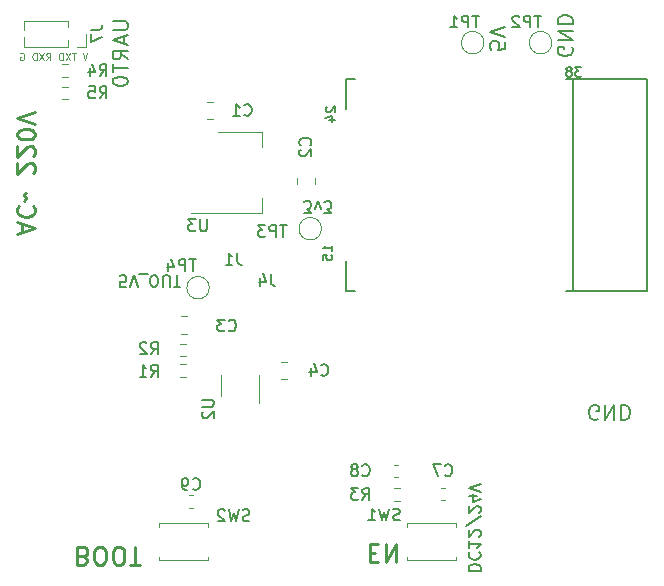
<source format=gbr>
%TF.GenerationSoftware,KiCad,Pcbnew,7.0.6*%
%TF.CreationDate,2023-10-13T10:01:51+08:00*%
%TF.ProjectId,86_BOX_PANEL,38365f42-4f58-45f5-9041-4e454c2e6b69,rev?*%
%TF.SameCoordinates,Original*%
%TF.FileFunction,Legend,Bot*%
%TF.FilePolarity,Positive*%
%FSLAX46Y46*%
G04 Gerber Fmt 4.6, Leading zero omitted, Abs format (unit mm)*
G04 Created by KiCad (PCBNEW 7.0.6) date 2023-10-13 10:01:51*
%MOMM*%
%LPD*%
G01*
G04 APERTURE LIST*
%ADD10C,0.200000*%
%ADD11C,0.100000*%
%ADD12C,0.250000*%
%ADD13C,0.150000*%
%ADD14C,0.120000*%
%ADD15C,0.127000*%
G04 APERTURE END LIST*
D10*
X144926780Y-108350326D02*
X145926780Y-108350326D01*
X145926780Y-108350326D02*
X145926780Y-108112231D01*
X145926780Y-108112231D02*
X145879161Y-107969374D01*
X145879161Y-107969374D02*
X145783923Y-107874136D01*
X145783923Y-107874136D02*
X145688685Y-107826517D01*
X145688685Y-107826517D02*
X145498209Y-107778898D01*
X145498209Y-107778898D02*
X145355352Y-107778898D01*
X145355352Y-107778898D02*
X145164876Y-107826517D01*
X145164876Y-107826517D02*
X145069638Y-107874136D01*
X145069638Y-107874136D02*
X144974400Y-107969374D01*
X144974400Y-107969374D02*
X144926780Y-108112231D01*
X144926780Y-108112231D02*
X144926780Y-108350326D01*
X145022019Y-106778898D02*
X144974400Y-106826517D01*
X144974400Y-106826517D02*
X144926780Y-106969374D01*
X144926780Y-106969374D02*
X144926780Y-107064612D01*
X144926780Y-107064612D02*
X144974400Y-107207469D01*
X144974400Y-107207469D02*
X145069638Y-107302707D01*
X145069638Y-107302707D02*
X145164876Y-107350326D01*
X145164876Y-107350326D02*
X145355352Y-107397945D01*
X145355352Y-107397945D02*
X145498209Y-107397945D01*
X145498209Y-107397945D02*
X145688685Y-107350326D01*
X145688685Y-107350326D02*
X145783923Y-107302707D01*
X145783923Y-107302707D02*
X145879161Y-107207469D01*
X145879161Y-107207469D02*
X145926780Y-107064612D01*
X145926780Y-107064612D02*
X145926780Y-106969374D01*
X145926780Y-106969374D02*
X145879161Y-106826517D01*
X145879161Y-106826517D02*
X145831542Y-106778898D01*
X144926780Y-105826517D02*
X144926780Y-106397945D01*
X144926780Y-106112231D02*
X145926780Y-106112231D01*
X145926780Y-106112231D02*
X145783923Y-106207469D01*
X145783923Y-106207469D02*
X145688685Y-106302707D01*
X145688685Y-106302707D02*
X145641066Y-106397945D01*
X145831542Y-105445564D02*
X145879161Y-105397945D01*
X145879161Y-105397945D02*
X145926780Y-105302707D01*
X145926780Y-105302707D02*
X145926780Y-105064612D01*
X145926780Y-105064612D02*
X145879161Y-104969374D01*
X145879161Y-104969374D02*
X145831542Y-104921755D01*
X145831542Y-104921755D02*
X145736304Y-104874136D01*
X145736304Y-104874136D02*
X145641066Y-104874136D01*
X145641066Y-104874136D02*
X145498209Y-104921755D01*
X145498209Y-104921755D02*
X144926780Y-105493183D01*
X144926780Y-105493183D02*
X144926780Y-104874136D01*
X145974400Y-103731279D02*
X144688685Y-104588421D01*
X145831542Y-103445564D02*
X145879161Y-103397945D01*
X145879161Y-103397945D02*
X145926780Y-103302707D01*
X145926780Y-103302707D02*
X145926780Y-103064612D01*
X145926780Y-103064612D02*
X145879161Y-102969374D01*
X145879161Y-102969374D02*
X145831542Y-102921755D01*
X145831542Y-102921755D02*
X145736304Y-102874136D01*
X145736304Y-102874136D02*
X145641066Y-102874136D01*
X145641066Y-102874136D02*
X145498209Y-102921755D01*
X145498209Y-102921755D02*
X144926780Y-103493183D01*
X144926780Y-103493183D02*
X144926780Y-102874136D01*
X145593447Y-102016993D02*
X144926780Y-102016993D01*
X145974400Y-102255088D02*
X145260114Y-102493183D01*
X145260114Y-102493183D02*
X145260114Y-101874136D01*
X145926780Y-101636040D02*
X144926780Y-101302707D01*
X144926780Y-101302707D02*
X145926780Y-100969374D01*
X115899863Y-84312780D02*
X115423673Y-84312780D01*
X115423673Y-84312780D02*
X115376054Y-83836590D01*
X115376054Y-83836590D02*
X115423673Y-83884209D01*
X115423673Y-83884209D02*
X115518911Y-83931828D01*
X115518911Y-83931828D02*
X115757006Y-83931828D01*
X115757006Y-83931828D02*
X115852244Y-83884209D01*
X115852244Y-83884209D02*
X115899863Y-83836590D01*
X115899863Y-83836590D02*
X115947482Y-83741352D01*
X115947482Y-83741352D02*
X115947482Y-83503257D01*
X115947482Y-83503257D02*
X115899863Y-83408019D01*
X115899863Y-83408019D02*
X115852244Y-83360400D01*
X115852244Y-83360400D02*
X115757006Y-83312780D01*
X115757006Y-83312780D02*
X115518911Y-83312780D01*
X115518911Y-83312780D02*
X115423673Y-83360400D01*
X115423673Y-83360400D02*
X115376054Y-83408019D01*
X116233197Y-84312780D02*
X116566530Y-83312780D01*
X116566530Y-83312780D02*
X116899863Y-84312780D01*
X116995102Y-83217542D02*
X117757006Y-83217542D01*
X118185578Y-84312780D02*
X118376054Y-84312780D01*
X118376054Y-84312780D02*
X118471292Y-84265161D01*
X118471292Y-84265161D02*
X118566530Y-84169923D01*
X118566530Y-84169923D02*
X118614149Y-83979447D01*
X118614149Y-83979447D02*
X118614149Y-83646114D01*
X118614149Y-83646114D02*
X118566530Y-83455638D01*
X118566530Y-83455638D02*
X118471292Y-83360400D01*
X118471292Y-83360400D02*
X118376054Y-83312780D01*
X118376054Y-83312780D02*
X118185578Y-83312780D01*
X118185578Y-83312780D02*
X118090340Y-83360400D01*
X118090340Y-83360400D02*
X117995102Y-83455638D01*
X117995102Y-83455638D02*
X117947483Y-83646114D01*
X117947483Y-83646114D02*
X117947483Y-83979447D01*
X117947483Y-83979447D02*
X117995102Y-84169923D01*
X117995102Y-84169923D02*
X118090340Y-84265161D01*
X118090340Y-84265161D02*
X118185578Y-84312780D01*
X119042721Y-84312780D02*
X119042721Y-83503257D01*
X119042721Y-83503257D02*
X119090340Y-83408019D01*
X119090340Y-83408019D02*
X119137959Y-83360400D01*
X119137959Y-83360400D02*
X119233197Y-83312780D01*
X119233197Y-83312780D02*
X119423673Y-83312780D01*
X119423673Y-83312780D02*
X119518911Y-83360400D01*
X119518911Y-83360400D02*
X119566530Y-83408019D01*
X119566530Y-83408019D02*
X119614149Y-83503257D01*
X119614149Y-83503257D02*
X119614149Y-84312780D01*
X119947483Y-84312780D02*
X120518911Y-84312780D01*
X120233197Y-83312780D02*
X120233197Y-84312780D01*
X114790504Y-61821101D02*
X115842885Y-61821101D01*
X115842885Y-61821101D02*
X115966695Y-61883006D01*
X115966695Y-61883006D02*
X116028600Y-61944911D01*
X116028600Y-61944911D02*
X116090504Y-62068720D01*
X116090504Y-62068720D02*
X116090504Y-62316339D01*
X116090504Y-62316339D02*
X116028600Y-62440149D01*
X116028600Y-62440149D02*
X115966695Y-62502054D01*
X115966695Y-62502054D02*
X115842885Y-62563958D01*
X115842885Y-62563958D02*
X114790504Y-62563958D01*
X115719076Y-63121102D02*
X115719076Y-63740149D01*
X116090504Y-62997292D02*
X114790504Y-63430625D01*
X114790504Y-63430625D02*
X116090504Y-63863959D01*
X116090504Y-65040149D02*
X115471457Y-64606816D01*
X116090504Y-64297292D02*
X114790504Y-64297292D01*
X114790504Y-64297292D02*
X114790504Y-64792530D01*
X114790504Y-64792530D02*
X114852409Y-64916340D01*
X114852409Y-64916340D02*
X114914314Y-64978245D01*
X114914314Y-64978245D02*
X115038123Y-65040149D01*
X115038123Y-65040149D02*
X115223838Y-65040149D01*
X115223838Y-65040149D02*
X115347647Y-64978245D01*
X115347647Y-64978245D02*
X115409552Y-64916340D01*
X115409552Y-64916340D02*
X115471457Y-64792530D01*
X115471457Y-64792530D02*
X115471457Y-64297292D01*
X114790504Y-65411578D02*
X114790504Y-66154435D01*
X116090504Y-65783007D02*
X114790504Y-65783007D01*
X114790504Y-66835387D02*
X114790504Y-66959197D01*
X114790504Y-66959197D02*
X114852409Y-67083006D01*
X114852409Y-67083006D02*
X114914314Y-67144911D01*
X114914314Y-67144911D02*
X115038123Y-67206816D01*
X115038123Y-67206816D02*
X115285742Y-67268721D01*
X115285742Y-67268721D02*
X115595266Y-67268721D01*
X115595266Y-67268721D02*
X115842885Y-67206816D01*
X115842885Y-67206816D02*
X115966695Y-67144911D01*
X115966695Y-67144911D02*
X116028600Y-67083006D01*
X116028600Y-67083006D02*
X116090504Y-66959197D01*
X116090504Y-66959197D02*
X116090504Y-66835387D01*
X116090504Y-66835387D02*
X116028600Y-66711578D01*
X116028600Y-66711578D02*
X115966695Y-66649673D01*
X115966695Y-66649673D02*
X115842885Y-66587768D01*
X115842885Y-66587768D02*
X115595266Y-66525864D01*
X115595266Y-66525864D02*
X115285742Y-66525864D01*
X115285742Y-66525864D02*
X115038123Y-66587768D01*
X115038123Y-66587768D02*
X114914314Y-66649673D01*
X114914314Y-66649673D02*
X114852409Y-66711578D01*
X114852409Y-66711578D02*
X114790504Y-66835387D01*
D11*
X112651068Y-64511371D02*
X112451068Y-65111371D01*
X112451068Y-65111371D02*
X112251068Y-64511371D01*
X111679639Y-64511371D02*
X111336782Y-64511371D01*
X111508210Y-65111371D02*
X111508210Y-64511371D01*
X111193924Y-64511371D02*
X110793924Y-65111371D01*
X110793924Y-64511371D02*
X111193924Y-65111371D01*
X110565352Y-65111371D02*
X110565352Y-64511371D01*
X110565352Y-64511371D02*
X110422495Y-64511371D01*
X110422495Y-64511371D02*
X110336781Y-64539942D01*
X110336781Y-64539942D02*
X110279638Y-64597085D01*
X110279638Y-64597085D02*
X110251067Y-64654228D01*
X110251067Y-64654228D02*
X110222495Y-64768514D01*
X110222495Y-64768514D02*
X110222495Y-64854228D01*
X110222495Y-64854228D02*
X110251067Y-64968514D01*
X110251067Y-64968514D02*
X110279638Y-65025657D01*
X110279638Y-65025657D02*
X110336781Y-65082800D01*
X110336781Y-65082800D02*
X110422495Y-65111371D01*
X110422495Y-65111371D02*
X110565352Y-65111371D01*
X109165352Y-65111371D02*
X109365352Y-64825657D01*
X109508209Y-65111371D02*
X109508209Y-64511371D01*
X109508209Y-64511371D02*
X109279638Y-64511371D01*
X109279638Y-64511371D02*
X109222495Y-64539942D01*
X109222495Y-64539942D02*
X109193924Y-64568514D01*
X109193924Y-64568514D02*
X109165352Y-64625657D01*
X109165352Y-64625657D02*
X109165352Y-64711371D01*
X109165352Y-64711371D02*
X109193924Y-64768514D01*
X109193924Y-64768514D02*
X109222495Y-64797085D01*
X109222495Y-64797085D02*
X109279638Y-64825657D01*
X109279638Y-64825657D02*
X109508209Y-64825657D01*
X108965352Y-64511371D02*
X108565352Y-65111371D01*
X108565352Y-64511371D02*
X108965352Y-65111371D01*
X108336780Y-65111371D02*
X108336780Y-64511371D01*
X108336780Y-64511371D02*
X108193923Y-64511371D01*
X108193923Y-64511371D02*
X108108209Y-64539942D01*
X108108209Y-64539942D02*
X108051066Y-64597085D01*
X108051066Y-64597085D02*
X108022495Y-64654228D01*
X108022495Y-64654228D02*
X107993923Y-64768514D01*
X107993923Y-64768514D02*
X107993923Y-64854228D01*
X107993923Y-64854228D02*
X108022495Y-64968514D01*
X108022495Y-64968514D02*
X108051066Y-65025657D01*
X108051066Y-65025657D02*
X108108209Y-65082800D01*
X108108209Y-65082800D02*
X108193923Y-65111371D01*
X108193923Y-65111371D02*
X108336780Y-65111371D01*
X106965352Y-64539942D02*
X107022495Y-64511371D01*
X107022495Y-64511371D02*
X107108209Y-64511371D01*
X107108209Y-64511371D02*
X107193923Y-64539942D01*
X107193923Y-64539942D02*
X107251066Y-64597085D01*
X107251066Y-64597085D02*
X107279637Y-64654228D01*
X107279637Y-64654228D02*
X107308209Y-64768514D01*
X107308209Y-64768514D02*
X107308209Y-64854228D01*
X107308209Y-64854228D02*
X107279637Y-64968514D01*
X107279637Y-64968514D02*
X107251066Y-65025657D01*
X107251066Y-65025657D02*
X107193923Y-65082800D01*
X107193923Y-65082800D02*
X107108209Y-65111371D01*
X107108209Y-65111371D02*
X107051066Y-65111371D01*
X107051066Y-65111371D02*
X106965352Y-65082800D01*
X106965352Y-65082800D02*
X106936780Y-65054228D01*
X106936780Y-65054228D02*
X106936780Y-64854228D01*
X106936780Y-64854228D02*
X107051066Y-64854228D01*
D12*
X107135142Y-79679812D02*
X107135142Y-78965527D01*
X106706571Y-79822669D02*
X108206571Y-79322669D01*
X108206571Y-79322669D02*
X106706571Y-78822669D01*
X106849428Y-77465527D02*
X106778000Y-77536955D01*
X106778000Y-77536955D02*
X106706571Y-77751241D01*
X106706571Y-77751241D02*
X106706571Y-77894098D01*
X106706571Y-77894098D02*
X106778000Y-78108384D01*
X106778000Y-78108384D02*
X106920857Y-78251241D01*
X106920857Y-78251241D02*
X107063714Y-78322670D01*
X107063714Y-78322670D02*
X107349428Y-78394098D01*
X107349428Y-78394098D02*
X107563714Y-78394098D01*
X107563714Y-78394098D02*
X107849428Y-78322670D01*
X107849428Y-78322670D02*
X107992285Y-78251241D01*
X107992285Y-78251241D02*
X108135142Y-78108384D01*
X108135142Y-78108384D02*
X108206571Y-77894098D01*
X108206571Y-77894098D02*
X108206571Y-77751241D01*
X108206571Y-77751241D02*
X108135142Y-77536955D01*
X108135142Y-77536955D02*
X108063714Y-77465527D01*
X107278000Y-77036955D02*
X107349428Y-76965527D01*
X107349428Y-76965527D02*
X107420857Y-76822670D01*
X107420857Y-76822670D02*
X107278000Y-76536955D01*
X107278000Y-76536955D02*
X107349428Y-76394098D01*
X107349428Y-76394098D02*
X107420857Y-76322670D01*
X108063714Y-74679812D02*
X108135142Y-74608384D01*
X108135142Y-74608384D02*
X108206571Y-74465527D01*
X108206571Y-74465527D02*
X108206571Y-74108384D01*
X108206571Y-74108384D02*
X108135142Y-73965527D01*
X108135142Y-73965527D02*
X108063714Y-73894098D01*
X108063714Y-73894098D02*
X107920857Y-73822669D01*
X107920857Y-73822669D02*
X107778000Y-73822669D01*
X107778000Y-73822669D02*
X107563714Y-73894098D01*
X107563714Y-73894098D02*
X106706571Y-74751241D01*
X106706571Y-74751241D02*
X106706571Y-73822669D01*
X108063714Y-73251241D02*
X108135142Y-73179813D01*
X108135142Y-73179813D02*
X108206571Y-73036956D01*
X108206571Y-73036956D02*
X108206571Y-72679813D01*
X108206571Y-72679813D02*
X108135142Y-72536956D01*
X108135142Y-72536956D02*
X108063714Y-72465527D01*
X108063714Y-72465527D02*
X107920857Y-72394098D01*
X107920857Y-72394098D02*
X107778000Y-72394098D01*
X107778000Y-72394098D02*
X107563714Y-72465527D01*
X107563714Y-72465527D02*
X106706571Y-73322670D01*
X106706571Y-73322670D02*
X106706571Y-72394098D01*
X108206571Y-71465527D02*
X108206571Y-71322670D01*
X108206571Y-71322670D02*
X108135142Y-71179813D01*
X108135142Y-71179813D02*
X108063714Y-71108385D01*
X108063714Y-71108385D02*
X107920857Y-71036956D01*
X107920857Y-71036956D02*
X107635142Y-70965527D01*
X107635142Y-70965527D02*
X107278000Y-70965527D01*
X107278000Y-70965527D02*
X106992285Y-71036956D01*
X106992285Y-71036956D02*
X106849428Y-71108385D01*
X106849428Y-71108385D02*
X106778000Y-71179813D01*
X106778000Y-71179813D02*
X106706571Y-71322670D01*
X106706571Y-71322670D02*
X106706571Y-71465527D01*
X106706571Y-71465527D02*
X106778000Y-71608385D01*
X106778000Y-71608385D02*
X106849428Y-71679813D01*
X106849428Y-71679813D02*
X106992285Y-71751242D01*
X106992285Y-71751242D02*
X107278000Y-71822670D01*
X107278000Y-71822670D02*
X107635142Y-71822670D01*
X107635142Y-71822670D02*
X107920857Y-71751242D01*
X107920857Y-71751242D02*
X108063714Y-71679813D01*
X108063714Y-71679813D02*
X108135142Y-71608385D01*
X108135142Y-71608385D02*
X108206571Y-71465527D01*
X108206571Y-70536956D02*
X106706571Y-70036956D01*
X106706571Y-70036956D02*
X108206571Y-69536956D01*
X136531615Y-106862285D02*
X137031615Y-106862285D01*
X137245901Y-106076571D02*
X136531615Y-106076571D01*
X136531615Y-106076571D02*
X136531615Y-107576571D01*
X136531615Y-107576571D02*
X137245901Y-107576571D01*
X137888758Y-106076571D02*
X137888758Y-107576571D01*
X137888758Y-107576571D02*
X138745901Y-106076571D01*
X138745901Y-106076571D02*
X138745901Y-107576571D01*
D10*
X148013495Y-63579850D02*
X148013495Y-64198898D01*
X148013495Y-64198898D02*
X147394447Y-64260802D01*
X147394447Y-64260802D02*
X147456352Y-64198898D01*
X147456352Y-64198898D02*
X147518257Y-64075088D01*
X147518257Y-64075088D02*
X147518257Y-63765564D01*
X147518257Y-63765564D02*
X147456352Y-63641755D01*
X147456352Y-63641755D02*
X147394447Y-63579850D01*
X147394447Y-63579850D02*
X147270638Y-63517945D01*
X147270638Y-63517945D02*
X146961114Y-63517945D01*
X146961114Y-63517945D02*
X146837304Y-63579850D01*
X146837304Y-63579850D02*
X146775400Y-63641755D01*
X146775400Y-63641755D02*
X146713495Y-63765564D01*
X146713495Y-63765564D02*
X146713495Y-64075088D01*
X146713495Y-64075088D02*
X146775400Y-64198898D01*
X146775400Y-64198898D02*
X146837304Y-64260802D01*
X148013495Y-63146517D02*
X146713495Y-62713184D01*
X146713495Y-62713184D02*
X148013495Y-62279850D01*
X130958435Y-78062780D02*
X131577482Y-78062780D01*
X131577482Y-78062780D02*
X131244149Y-77681828D01*
X131244149Y-77681828D02*
X131387006Y-77681828D01*
X131387006Y-77681828D02*
X131482244Y-77634209D01*
X131482244Y-77634209D02*
X131529863Y-77586590D01*
X131529863Y-77586590D02*
X131577482Y-77491352D01*
X131577482Y-77491352D02*
X131577482Y-77253257D01*
X131577482Y-77253257D02*
X131529863Y-77158019D01*
X131529863Y-77158019D02*
X131482244Y-77110400D01*
X131482244Y-77110400D02*
X131387006Y-77062780D01*
X131387006Y-77062780D02*
X131101292Y-77062780D01*
X131101292Y-77062780D02*
X131006054Y-77110400D01*
X131006054Y-77110400D02*
X130958435Y-77158019D01*
X131910816Y-77729447D02*
X132148911Y-77062780D01*
X132148911Y-77062780D02*
X132387006Y-77729447D01*
X132672721Y-78062780D02*
X133291768Y-78062780D01*
X133291768Y-78062780D02*
X132958435Y-77681828D01*
X132958435Y-77681828D02*
X133101292Y-77681828D01*
X133101292Y-77681828D02*
X133196530Y-77634209D01*
X133196530Y-77634209D02*
X133244149Y-77586590D01*
X133244149Y-77586590D02*
X133291768Y-77491352D01*
X133291768Y-77491352D02*
X133291768Y-77253257D01*
X133291768Y-77253257D02*
X133244149Y-77158019D01*
X133244149Y-77158019D02*
X133196530Y-77110400D01*
X133196530Y-77110400D02*
X133101292Y-77062780D01*
X133101292Y-77062780D02*
X132815578Y-77062780D01*
X132815578Y-77062780D02*
X132720340Y-77110400D01*
X132720340Y-77110400D02*
X132672721Y-77158019D01*
X153701590Y-64017945D02*
X153763495Y-64141755D01*
X153763495Y-64141755D02*
X153763495Y-64327469D01*
X153763495Y-64327469D02*
X153701590Y-64513183D01*
X153701590Y-64513183D02*
X153577780Y-64636993D01*
X153577780Y-64636993D02*
X153453971Y-64698898D01*
X153453971Y-64698898D02*
X153206352Y-64760802D01*
X153206352Y-64760802D02*
X153020638Y-64760802D01*
X153020638Y-64760802D02*
X152773019Y-64698898D01*
X152773019Y-64698898D02*
X152649209Y-64636993D01*
X152649209Y-64636993D02*
X152525400Y-64513183D01*
X152525400Y-64513183D02*
X152463495Y-64327469D01*
X152463495Y-64327469D02*
X152463495Y-64203660D01*
X152463495Y-64203660D02*
X152525400Y-64017945D01*
X152525400Y-64017945D02*
X152587304Y-63956041D01*
X152587304Y-63956041D02*
X153020638Y-63956041D01*
X153020638Y-63956041D02*
X153020638Y-64203660D01*
X152463495Y-63398898D02*
X153763495Y-63398898D01*
X153763495Y-63398898D02*
X152463495Y-62656041D01*
X152463495Y-62656041D02*
X153763495Y-62656041D01*
X152463495Y-62036993D02*
X153763495Y-62036993D01*
X153763495Y-62036993D02*
X153763495Y-61727469D01*
X153763495Y-61727469D02*
X153701590Y-61541755D01*
X153701590Y-61541755D02*
X153577780Y-61417945D01*
X153577780Y-61417945D02*
X153453971Y-61356040D01*
X153453971Y-61356040D02*
X153206352Y-61294136D01*
X153206352Y-61294136D02*
X153020638Y-61294136D01*
X153020638Y-61294136D02*
X152773019Y-61356040D01*
X152773019Y-61356040D02*
X152649209Y-61417945D01*
X152649209Y-61417945D02*
X152525400Y-61541755D01*
X152525400Y-61541755D02*
X152463495Y-61727469D01*
X152463495Y-61727469D02*
X152463495Y-62036993D01*
D12*
X112281615Y-107112285D02*
X112495901Y-107040857D01*
X112495901Y-107040857D02*
X112567330Y-106969428D01*
X112567330Y-106969428D02*
X112638758Y-106826571D01*
X112638758Y-106826571D02*
X112638758Y-106612285D01*
X112638758Y-106612285D02*
X112567330Y-106469428D01*
X112567330Y-106469428D02*
X112495901Y-106398000D01*
X112495901Y-106398000D02*
X112353044Y-106326571D01*
X112353044Y-106326571D02*
X111781615Y-106326571D01*
X111781615Y-106326571D02*
X111781615Y-107826571D01*
X111781615Y-107826571D02*
X112281615Y-107826571D01*
X112281615Y-107826571D02*
X112424473Y-107755142D01*
X112424473Y-107755142D02*
X112495901Y-107683714D01*
X112495901Y-107683714D02*
X112567330Y-107540857D01*
X112567330Y-107540857D02*
X112567330Y-107398000D01*
X112567330Y-107398000D02*
X112495901Y-107255142D01*
X112495901Y-107255142D02*
X112424473Y-107183714D01*
X112424473Y-107183714D02*
X112281615Y-107112285D01*
X112281615Y-107112285D02*
X111781615Y-107112285D01*
X113567330Y-107826571D02*
X113853044Y-107826571D01*
X113853044Y-107826571D02*
X113995901Y-107755142D01*
X113995901Y-107755142D02*
X114138758Y-107612285D01*
X114138758Y-107612285D02*
X114210187Y-107326571D01*
X114210187Y-107326571D02*
X114210187Y-106826571D01*
X114210187Y-106826571D02*
X114138758Y-106540857D01*
X114138758Y-106540857D02*
X113995901Y-106398000D01*
X113995901Y-106398000D02*
X113853044Y-106326571D01*
X113853044Y-106326571D02*
X113567330Y-106326571D01*
X113567330Y-106326571D02*
X113424473Y-106398000D01*
X113424473Y-106398000D02*
X113281615Y-106540857D01*
X113281615Y-106540857D02*
X113210187Y-106826571D01*
X113210187Y-106826571D02*
X113210187Y-107326571D01*
X113210187Y-107326571D02*
X113281615Y-107612285D01*
X113281615Y-107612285D02*
X113424473Y-107755142D01*
X113424473Y-107755142D02*
X113567330Y-107826571D01*
X115138759Y-107826571D02*
X115424473Y-107826571D01*
X115424473Y-107826571D02*
X115567330Y-107755142D01*
X115567330Y-107755142D02*
X115710187Y-107612285D01*
X115710187Y-107612285D02*
X115781616Y-107326571D01*
X115781616Y-107326571D02*
X115781616Y-106826571D01*
X115781616Y-106826571D02*
X115710187Y-106540857D01*
X115710187Y-106540857D02*
X115567330Y-106398000D01*
X115567330Y-106398000D02*
X115424473Y-106326571D01*
X115424473Y-106326571D02*
X115138759Y-106326571D01*
X115138759Y-106326571D02*
X114995902Y-106398000D01*
X114995902Y-106398000D02*
X114853044Y-106540857D01*
X114853044Y-106540857D02*
X114781616Y-106826571D01*
X114781616Y-106826571D02*
X114781616Y-107326571D01*
X114781616Y-107326571D02*
X114853044Y-107612285D01*
X114853044Y-107612285D02*
X114995902Y-107755142D01*
X114995902Y-107755142D02*
X115138759Y-107826571D01*
X116210188Y-107826571D02*
X117067331Y-107826571D01*
X116638759Y-106326571D02*
X116638759Y-107826571D01*
D10*
X155856054Y-95527590D02*
X155732244Y-95589495D01*
X155732244Y-95589495D02*
X155546530Y-95589495D01*
X155546530Y-95589495D02*
X155360816Y-95527590D01*
X155360816Y-95527590D02*
X155237006Y-95403780D01*
X155237006Y-95403780D02*
X155175101Y-95279971D01*
X155175101Y-95279971D02*
X155113197Y-95032352D01*
X155113197Y-95032352D02*
X155113197Y-94846638D01*
X155113197Y-94846638D02*
X155175101Y-94599019D01*
X155175101Y-94599019D02*
X155237006Y-94475209D01*
X155237006Y-94475209D02*
X155360816Y-94351400D01*
X155360816Y-94351400D02*
X155546530Y-94289495D01*
X155546530Y-94289495D02*
X155670339Y-94289495D01*
X155670339Y-94289495D02*
X155856054Y-94351400D01*
X155856054Y-94351400D02*
X155917958Y-94413304D01*
X155917958Y-94413304D02*
X155917958Y-94846638D01*
X155917958Y-94846638D02*
X155670339Y-94846638D01*
X156475101Y-94289495D02*
X156475101Y-95589495D01*
X156475101Y-95589495D02*
X157217958Y-94289495D01*
X157217958Y-94289495D02*
X157217958Y-95589495D01*
X157837006Y-94289495D02*
X157837006Y-95589495D01*
X157837006Y-95589495D02*
X158146530Y-95589495D01*
X158146530Y-95589495D02*
X158332244Y-95527590D01*
X158332244Y-95527590D02*
X158456054Y-95403780D01*
X158456054Y-95403780D02*
X158517959Y-95279971D01*
X158517959Y-95279971D02*
X158579863Y-95032352D01*
X158579863Y-95032352D02*
X158579863Y-94846638D01*
X158579863Y-94846638D02*
X158517959Y-94599019D01*
X158517959Y-94599019D02*
X158456054Y-94475209D01*
X158456054Y-94475209D02*
X158332244Y-94351400D01*
X158332244Y-94351400D02*
X158146530Y-94289495D01*
X158146530Y-94289495D02*
X157837006Y-94289495D01*
D13*
X132426666Y-91739580D02*
X132474285Y-91787200D01*
X132474285Y-91787200D02*
X132617142Y-91834819D01*
X132617142Y-91834819D02*
X132712380Y-91834819D01*
X132712380Y-91834819D02*
X132855237Y-91787200D01*
X132855237Y-91787200D02*
X132950475Y-91691961D01*
X132950475Y-91691961D02*
X132998094Y-91596723D01*
X132998094Y-91596723D02*
X133045713Y-91406247D01*
X133045713Y-91406247D02*
X133045713Y-91263390D01*
X133045713Y-91263390D02*
X132998094Y-91072914D01*
X132998094Y-91072914D02*
X132950475Y-90977676D01*
X132950475Y-90977676D02*
X132855237Y-90882438D01*
X132855237Y-90882438D02*
X132712380Y-90834819D01*
X132712380Y-90834819D02*
X132617142Y-90834819D01*
X132617142Y-90834819D02*
X132474285Y-90882438D01*
X132474285Y-90882438D02*
X132426666Y-90930057D01*
X131569523Y-91168152D02*
X131569523Y-91834819D01*
X131807618Y-90787200D02*
X132045713Y-91501485D01*
X132045713Y-91501485D02*
X131426666Y-91501485D01*
X131501169Y-72303333D02*
X131548789Y-72255714D01*
X131548789Y-72255714D02*
X131596408Y-72112857D01*
X131596408Y-72112857D02*
X131596408Y-72017619D01*
X131596408Y-72017619D02*
X131548789Y-71874762D01*
X131548789Y-71874762D02*
X131453550Y-71779524D01*
X131453550Y-71779524D02*
X131358312Y-71731905D01*
X131358312Y-71731905D02*
X131167836Y-71684286D01*
X131167836Y-71684286D02*
X131024979Y-71684286D01*
X131024979Y-71684286D02*
X130834503Y-71731905D01*
X130834503Y-71731905D02*
X130739265Y-71779524D01*
X130739265Y-71779524D02*
X130644027Y-71874762D01*
X130644027Y-71874762D02*
X130596408Y-72017619D01*
X130596408Y-72017619D02*
X130596408Y-72112857D01*
X130596408Y-72112857D02*
X130644027Y-72255714D01*
X130644027Y-72255714D02*
X130691646Y-72303333D01*
X130691646Y-72684286D02*
X130644027Y-72731905D01*
X130644027Y-72731905D02*
X130596408Y-72827143D01*
X130596408Y-72827143D02*
X130596408Y-73065238D01*
X130596408Y-73065238D02*
X130644027Y-73160476D01*
X130644027Y-73160476D02*
X130691646Y-73208095D01*
X130691646Y-73208095D02*
X130786884Y-73255714D01*
X130786884Y-73255714D02*
X130882122Y-73255714D01*
X130882122Y-73255714D02*
X131024979Y-73208095D01*
X131024979Y-73208095D02*
X131596408Y-72636667D01*
X131596408Y-72636667D02*
X131596408Y-73255714D01*
X142926666Y-100239580D02*
X142974285Y-100287200D01*
X142974285Y-100287200D02*
X143117142Y-100334819D01*
X143117142Y-100334819D02*
X143212380Y-100334819D01*
X143212380Y-100334819D02*
X143355237Y-100287200D01*
X143355237Y-100287200D02*
X143450475Y-100191961D01*
X143450475Y-100191961D02*
X143498094Y-100096723D01*
X143498094Y-100096723D02*
X143545713Y-99906247D01*
X143545713Y-99906247D02*
X143545713Y-99763390D01*
X143545713Y-99763390D02*
X143498094Y-99572914D01*
X143498094Y-99572914D02*
X143450475Y-99477676D01*
X143450475Y-99477676D02*
X143355237Y-99382438D01*
X143355237Y-99382438D02*
X143212380Y-99334819D01*
X143212380Y-99334819D02*
X143117142Y-99334819D01*
X143117142Y-99334819D02*
X142974285Y-99382438D01*
X142974285Y-99382438D02*
X142926666Y-99430057D01*
X142593332Y-99334819D02*
X141926666Y-99334819D01*
X141926666Y-99334819D02*
X142355237Y-100334819D01*
X125343333Y-81434819D02*
X125343333Y-82149104D01*
X125343333Y-82149104D02*
X125390952Y-82291961D01*
X125390952Y-82291961D02*
X125486190Y-82387200D01*
X125486190Y-82387200D02*
X125629047Y-82434819D01*
X125629047Y-82434819D02*
X125724285Y-82434819D01*
X124343333Y-82434819D02*
X124914761Y-82434819D01*
X124629047Y-82434819D02*
X124629047Y-81434819D01*
X124629047Y-81434819D02*
X124724285Y-81577676D01*
X124724285Y-81577676D02*
X124819523Y-81672914D01*
X124819523Y-81672914D02*
X124914761Y-81720533D01*
X145805904Y-61344819D02*
X145234476Y-61344819D01*
X145520190Y-62344819D02*
X145520190Y-61344819D01*
X144901142Y-62344819D02*
X144901142Y-61344819D01*
X144901142Y-61344819D02*
X144520190Y-61344819D01*
X144520190Y-61344819D02*
X144424952Y-61392438D01*
X144424952Y-61392438D02*
X144377333Y-61440057D01*
X144377333Y-61440057D02*
X144329714Y-61535295D01*
X144329714Y-61535295D02*
X144329714Y-61678152D01*
X144329714Y-61678152D02*
X144377333Y-61773390D01*
X144377333Y-61773390D02*
X144424952Y-61821009D01*
X144424952Y-61821009D02*
X144520190Y-61868628D01*
X144520190Y-61868628D02*
X144901142Y-61868628D01*
X143377333Y-62344819D02*
X143948761Y-62344819D01*
X143663047Y-62344819D02*
X143663047Y-61344819D01*
X143663047Y-61344819D02*
X143758285Y-61487676D01*
X143758285Y-61487676D02*
X143853523Y-61582914D01*
X143853523Y-61582914D02*
X143948761Y-61630533D01*
X118020666Y-90004819D02*
X118353999Y-89528628D01*
X118592094Y-90004819D02*
X118592094Y-89004819D01*
X118592094Y-89004819D02*
X118211142Y-89004819D01*
X118211142Y-89004819D02*
X118115904Y-89052438D01*
X118115904Y-89052438D02*
X118068285Y-89100057D01*
X118068285Y-89100057D02*
X118020666Y-89195295D01*
X118020666Y-89195295D02*
X118020666Y-89338152D01*
X118020666Y-89338152D02*
X118068285Y-89433390D01*
X118068285Y-89433390D02*
X118115904Y-89481009D01*
X118115904Y-89481009D02*
X118211142Y-89528628D01*
X118211142Y-89528628D02*
X118592094Y-89528628D01*
X117639713Y-89100057D02*
X117592094Y-89052438D01*
X117592094Y-89052438D02*
X117496856Y-89004819D01*
X117496856Y-89004819D02*
X117258761Y-89004819D01*
X117258761Y-89004819D02*
X117163523Y-89052438D01*
X117163523Y-89052438D02*
X117115904Y-89100057D01*
X117115904Y-89100057D02*
X117068285Y-89195295D01*
X117068285Y-89195295D02*
X117068285Y-89290533D01*
X117068285Y-89290533D02*
X117115904Y-89433390D01*
X117115904Y-89433390D02*
X117687332Y-90004819D01*
X117687332Y-90004819D02*
X117068285Y-90004819D01*
X128177333Y-83214819D02*
X128177333Y-83929104D01*
X128177333Y-83929104D02*
X128224952Y-84071961D01*
X128224952Y-84071961D02*
X128320190Y-84167200D01*
X128320190Y-84167200D02*
X128463047Y-84214819D01*
X128463047Y-84214819D02*
X128558285Y-84214819D01*
X127272571Y-83548152D02*
X127272571Y-84214819D01*
X127510666Y-83167200D02*
X127748761Y-83881485D01*
X127748761Y-83881485D02*
X127129714Y-83881485D01*
X118010666Y-91904819D02*
X118343999Y-91428628D01*
X118582094Y-91904819D02*
X118582094Y-90904819D01*
X118582094Y-90904819D02*
X118201142Y-90904819D01*
X118201142Y-90904819D02*
X118105904Y-90952438D01*
X118105904Y-90952438D02*
X118058285Y-91000057D01*
X118058285Y-91000057D02*
X118010666Y-91095295D01*
X118010666Y-91095295D02*
X118010666Y-91238152D01*
X118010666Y-91238152D02*
X118058285Y-91333390D01*
X118058285Y-91333390D02*
X118105904Y-91381009D01*
X118105904Y-91381009D02*
X118201142Y-91428628D01*
X118201142Y-91428628D02*
X118582094Y-91428628D01*
X117058285Y-91904819D02*
X117629713Y-91904819D01*
X117343999Y-91904819D02*
X117343999Y-90904819D01*
X117343999Y-90904819D02*
X117439237Y-91047676D01*
X117439237Y-91047676D02*
X117534475Y-91142914D01*
X117534475Y-91142914D02*
X117629713Y-91190533D01*
X121835904Y-81964819D02*
X121264476Y-81964819D01*
X121550190Y-82964819D02*
X121550190Y-81964819D01*
X120931142Y-82964819D02*
X120931142Y-81964819D01*
X120931142Y-81964819D02*
X120550190Y-81964819D01*
X120550190Y-81964819D02*
X120454952Y-82012438D01*
X120454952Y-82012438D02*
X120407333Y-82060057D01*
X120407333Y-82060057D02*
X120359714Y-82155295D01*
X120359714Y-82155295D02*
X120359714Y-82298152D01*
X120359714Y-82298152D02*
X120407333Y-82393390D01*
X120407333Y-82393390D02*
X120454952Y-82441009D01*
X120454952Y-82441009D02*
X120550190Y-82488628D01*
X120550190Y-82488628D02*
X120931142Y-82488628D01*
X119502571Y-82298152D02*
X119502571Y-82964819D01*
X119740666Y-81917200D02*
X119978761Y-82631485D01*
X119978761Y-82631485D02*
X119359714Y-82631485D01*
X129521904Y-79084819D02*
X128950476Y-79084819D01*
X129236190Y-80084819D02*
X129236190Y-79084819D01*
X128617142Y-80084819D02*
X128617142Y-79084819D01*
X128617142Y-79084819D02*
X128236190Y-79084819D01*
X128236190Y-79084819D02*
X128140952Y-79132438D01*
X128140952Y-79132438D02*
X128093333Y-79180057D01*
X128093333Y-79180057D02*
X128045714Y-79275295D01*
X128045714Y-79275295D02*
X128045714Y-79418152D01*
X128045714Y-79418152D02*
X128093333Y-79513390D01*
X128093333Y-79513390D02*
X128140952Y-79561009D01*
X128140952Y-79561009D02*
X128236190Y-79608628D01*
X128236190Y-79608628D02*
X128617142Y-79608628D01*
X127712380Y-79084819D02*
X127093333Y-79084819D01*
X127093333Y-79084819D02*
X127426666Y-79465771D01*
X127426666Y-79465771D02*
X127283809Y-79465771D01*
X127283809Y-79465771D02*
X127188571Y-79513390D01*
X127188571Y-79513390D02*
X127140952Y-79561009D01*
X127140952Y-79561009D02*
X127093333Y-79656247D01*
X127093333Y-79656247D02*
X127093333Y-79894342D01*
X127093333Y-79894342D02*
X127140952Y-79989580D01*
X127140952Y-79989580D02*
X127188571Y-80037200D01*
X127188571Y-80037200D02*
X127283809Y-80084819D01*
X127283809Y-80084819D02*
X127569523Y-80084819D01*
X127569523Y-80084819D02*
X127664761Y-80037200D01*
X127664761Y-80037200D02*
X127712380Y-79989580D01*
X113676666Y-68334819D02*
X114009999Y-67858628D01*
X114248094Y-68334819D02*
X114248094Y-67334819D01*
X114248094Y-67334819D02*
X113867142Y-67334819D01*
X113867142Y-67334819D02*
X113771904Y-67382438D01*
X113771904Y-67382438D02*
X113724285Y-67430057D01*
X113724285Y-67430057D02*
X113676666Y-67525295D01*
X113676666Y-67525295D02*
X113676666Y-67668152D01*
X113676666Y-67668152D02*
X113724285Y-67763390D01*
X113724285Y-67763390D02*
X113771904Y-67811009D01*
X113771904Y-67811009D02*
X113867142Y-67858628D01*
X113867142Y-67858628D02*
X114248094Y-67858628D01*
X112771904Y-67334819D02*
X113248094Y-67334819D01*
X113248094Y-67334819D02*
X113295713Y-67811009D01*
X113295713Y-67811009D02*
X113248094Y-67763390D01*
X113248094Y-67763390D02*
X113152856Y-67715771D01*
X113152856Y-67715771D02*
X112914761Y-67715771D01*
X112914761Y-67715771D02*
X112819523Y-67763390D01*
X112819523Y-67763390D02*
X112771904Y-67811009D01*
X112771904Y-67811009D02*
X112724285Y-67906247D01*
X112724285Y-67906247D02*
X112724285Y-68144342D01*
X112724285Y-68144342D02*
X112771904Y-68239580D01*
X112771904Y-68239580D02*
X112819523Y-68287200D01*
X112819523Y-68287200D02*
X112914761Y-68334819D01*
X112914761Y-68334819D02*
X113152856Y-68334819D01*
X113152856Y-68334819D02*
X113248094Y-68287200D01*
X113248094Y-68287200D02*
X113295713Y-68239580D01*
X122364819Y-93868095D02*
X123174342Y-93868095D01*
X123174342Y-93868095D02*
X123269580Y-93915714D01*
X123269580Y-93915714D02*
X123317200Y-93963333D01*
X123317200Y-93963333D02*
X123364819Y-94058571D01*
X123364819Y-94058571D02*
X123364819Y-94249047D01*
X123364819Y-94249047D02*
X123317200Y-94344285D01*
X123317200Y-94344285D02*
X123269580Y-94391904D01*
X123269580Y-94391904D02*
X123174342Y-94439523D01*
X123174342Y-94439523D02*
X122364819Y-94439523D01*
X122460057Y-94868095D02*
X122412438Y-94915714D01*
X122412438Y-94915714D02*
X122364819Y-95010952D01*
X122364819Y-95010952D02*
X122364819Y-95249047D01*
X122364819Y-95249047D02*
X122412438Y-95344285D01*
X122412438Y-95344285D02*
X122460057Y-95391904D01*
X122460057Y-95391904D02*
X122555295Y-95439523D01*
X122555295Y-95439523D02*
X122650533Y-95439523D01*
X122650533Y-95439523D02*
X122793390Y-95391904D01*
X122793390Y-95391904D02*
X123364819Y-94820476D01*
X123364819Y-94820476D02*
X123364819Y-95439523D01*
X151055904Y-61344819D02*
X150484476Y-61344819D01*
X150770190Y-62344819D02*
X150770190Y-61344819D01*
X150151142Y-62344819D02*
X150151142Y-61344819D01*
X150151142Y-61344819D02*
X149770190Y-61344819D01*
X149770190Y-61344819D02*
X149674952Y-61392438D01*
X149674952Y-61392438D02*
X149627333Y-61440057D01*
X149627333Y-61440057D02*
X149579714Y-61535295D01*
X149579714Y-61535295D02*
X149579714Y-61678152D01*
X149579714Y-61678152D02*
X149627333Y-61773390D01*
X149627333Y-61773390D02*
X149674952Y-61821009D01*
X149674952Y-61821009D02*
X149770190Y-61868628D01*
X149770190Y-61868628D02*
X150151142Y-61868628D01*
X149198761Y-61440057D02*
X149151142Y-61392438D01*
X149151142Y-61392438D02*
X149055904Y-61344819D01*
X149055904Y-61344819D02*
X148817809Y-61344819D01*
X148817809Y-61344819D02*
X148722571Y-61392438D01*
X148722571Y-61392438D02*
X148674952Y-61440057D01*
X148674952Y-61440057D02*
X148627333Y-61535295D01*
X148627333Y-61535295D02*
X148627333Y-61630533D01*
X148627333Y-61630533D02*
X148674952Y-61773390D01*
X148674952Y-61773390D02*
X149246380Y-62344819D01*
X149246380Y-62344819D02*
X148627333Y-62344819D01*
X133372295Y-81277618D02*
X133372295Y-80820475D01*
X133372295Y-81049047D02*
X132572295Y-81049047D01*
X132572295Y-81049047D02*
X132686580Y-80972856D01*
X132686580Y-80972856D02*
X132762771Y-80896666D01*
X132762771Y-80896666D02*
X132800866Y-80820475D01*
X132572295Y-82001428D02*
X132572295Y-81620476D01*
X132572295Y-81620476D02*
X132953247Y-81582380D01*
X132953247Y-81582380D02*
X132915152Y-81620476D01*
X132915152Y-81620476D02*
X132877057Y-81696666D01*
X132877057Y-81696666D02*
X132877057Y-81887142D01*
X132877057Y-81887142D02*
X132915152Y-81963333D01*
X132915152Y-81963333D02*
X132953247Y-82001428D01*
X132953247Y-82001428D02*
X133029438Y-82039523D01*
X133029438Y-82039523D02*
X133219914Y-82039523D01*
X133219914Y-82039523D02*
X133296104Y-82001428D01*
X133296104Y-82001428D02*
X133334200Y-81963333D01*
X133334200Y-81963333D02*
X133372295Y-81887142D01*
X133372295Y-81887142D02*
X133372295Y-81696666D01*
X133372295Y-81696666D02*
X133334200Y-81620476D01*
X133334200Y-81620476D02*
X133296104Y-81582380D01*
X132898485Y-69070475D02*
X132860390Y-69108571D01*
X132860390Y-69108571D02*
X132822295Y-69184761D01*
X132822295Y-69184761D02*
X132822295Y-69375237D01*
X132822295Y-69375237D02*
X132860390Y-69451428D01*
X132860390Y-69451428D02*
X132898485Y-69489523D01*
X132898485Y-69489523D02*
X132974676Y-69527618D01*
X132974676Y-69527618D02*
X133050866Y-69527618D01*
X133050866Y-69527618D02*
X133165152Y-69489523D01*
X133165152Y-69489523D02*
X133622295Y-69032380D01*
X133622295Y-69032380D02*
X133622295Y-69527618D01*
X133088961Y-70213333D02*
X133622295Y-70213333D01*
X132784200Y-70022857D02*
X133355628Y-69832380D01*
X133355628Y-69832380D02*
X133355628Y-70327619D01*
X154441619Y-65702295D02*
X153946381Y-65702295D01*
X153946381Y-65702295D02*
X154213047Y-66007057D01*
X154213047Y-66007057D02*
X154098762Y-66007057D01*
X154098762Y-66007057D02*
X154022571Y-66045152D01*
X154022571Y-66045152D02*
X153984476Y-66083247D01*
X153984476Y-66083247D02*
X153946381Y-66159438D01*
X153946381Y-66159438D02*
X153946381Y-66349914D01*
X153946381Y-66349914D02*
X153984476Y-66426104D01*
X153984476Y-66426104D02*
X154022571Y-66464200D01*
X154022571Y-66464200D02*
X154098762Y-66502295D01*
X154098762Y-66502295D02*
X154327333Y-66502295D01*
X154327333Y-66502295D02*
X154403524Y-66464200D01*
X154403524Y-66464200D02*
X154441619Y-66426104D01*
X153489238Y-66045152D02*
X153565428Y-66007057D01*
X153565428Y-66007057D02*
X153603523Y-65968961D01*
X153603523Y-65968961D02*
X153641619Y-65892771D01*
X153641619Y-65892771D02*
X153641619Y-65854676D01*
X153641619Y-65854676D02*
X153603523Y-65778485D01*
X153603523Y-65778485D02*
X153565428Y-65740390D01*
X153565428Y-65740390D02*
X153489238Y-65702295D01*
X153489238Y-65702295D02*
X153336857Y-65702295D01*
X153336857Y-65702295D02*
X153260666Y-65740390D01*
X153260666Y-65740390D02*
X153222571Y-65778485D01*
X153222571Y-65778485D02*
X153184476Y-65854676D01*
X153184476Y-65854676D02*
X153184476Y-65892771D01*
X153184476Y-65892771D02*
X153222571Y-65968961D01*
X153222571Y-65968961D02*
X153260666Y-66007057D01*
X153260666Y-66007057D02*
X153336857Y-66045152D01*
X153336857Y-66045152D02*
X153489238Y-66045152D01*
X153489238Y-66045152D02*
X153565428Y-66083247D01*
X153565428Y-66083247D02*
X153603523Y-66121342D01*
X153603523Y-66121342D02*
X153641619Y-66197533D01*
X153641619Y-66197533D02*
X153641619Y-66349914D01*
X153641619Y-66349914D02*
X153603523Y-66426104D01*
X153603523Y-66426104D02*
X153565428Y-66464200D01*
X153565428Y-66464200D02*
X153489238Y-66502295D01*
X153489238Y-66502295D02*
X153336857Y-66502295D01*
X153336857Y-66502295D02*
X153260666Y-66464200D01*
X153260666Y-66464200D02*
X153222571Y-66426104D01*
X153222571Y-66426104D02*
X153184476Y-66349914D01*
X153184476Y-66349914D02*
X153184476Y-66197533D01*
X153184476Y-66197533D02*
X153222571Y-66121342D01*
X153222571Y-66121342D02*
X153260666Y-66083247D01*
X153260666Y-66083247D02*
X153336857Y-66045152D01*
X122771904Y-78584819D02*
X122771904Y-79394342D01*
X122771904Y-79394342D02*
X122724285Y-79489580D01*
X122724285Y-79489580D02*
X122676666Y-79537200D01*
X122676666Y-79537200D02*
X122581428Y-79584819D01*
X122581428Y-79584819D02*
X122390952Y-79584819D01*
X122390952Y-79584819D02*
X122295714Y-79537200D01*
X122295714Y-79537200D02*
X122248095Y-79489580D01*
X122248095Y-79489580D02*
X122200476Y-79394342D01*
X122200476Y-79394342D02*
X122200476Y-78584819D01*
X121819523Y-78584819D02*
X121200476Y-78584819D01*
X121200476Y-78584819D02*
X121533809Y-78965771D01*
X121533809Y-78965771D02*
X121390952Y-78965771D01*
X121390952Y-78965771D02*
X121295714Y-79013390D01*
X121295714Y-79013390D02*
X121248095Y-79061009D01*
X121248095Y-79061009D02*
X121200476Y-79156247D01*
X121200476Y-79156247D02*
X121200476Y-79394342D01*
X121200476Y-79394342D02*
X121248095Y-79489580D01*
X121248095Y-79489580D02*
X121295714Y-79537200D01*
X121295714Y-79537200D02*
X121390952Y-79584819D01*
X121390952Y-79584819D02*
X121676666Y-79584819D01*
X121676666Y-79584819D02*
X121771904Y-79537200D01*
X121771904Y-79537200D02*
X121819523Y-79489580D01*
X135926666Y-102334819D02*
X136259999Y-101858628D01*
X136498094Y-102334819D02*
X136498094Y-101334819D01*
X136498094Y-101334819D02*
X136117142Y-101334819D01*
X136117142Y-101334819D02*
X136021904Y-101382438D01*
X136021904Y-101382438D02*
X135974285Y-101430057D01*
X135974285Y-101430057D02*
X135926666Y-101525295D01*
X135926666Y-101525295D02*
X135926666Y-101668152D01*
X135926666Y-101668152D02*
X135974285Y-101763390D01*
X135974285Y-101763390D02*
X136021904Y-101811009D01*
X136021904Y-101811009D02*
X136117142Y-101858628D01*
X136117142Y-101858628D02*
X136498094Y-101858628D01*
X135593332Y-101334819D02*
X134974285Y-101334819D01*
X134974285Y-101334819D02*
X135307618Y-101715771D01*
X135307618Y-101715771D02*
X135164761Y-101715771D01*
X135164761Y-101715771D02*
X135069523Y-101763390D01*
X135069523Y-101763390D02*
X135021904Y-101811009D01*
X135021904Y-101811009D02*
X134974285Y-101906247D01*
X134974285Y-101906247D02*
X134974285Y-102144342D01*
X134974285Y-102144342D02*
X135021904Y-102239580D01*
X135021904Y-102239580D02*
X135069523Y-102287200D01*
X135069523Y-102287200D02*
X135164761Y-102334819D01*
X135164761Y-102334819D02*
X135450475Y-102334819D01*
X135450475Y-102334819D02*
X135545713Y-102287200D01*
X135545713Y-102287200D02*
X135593332Y-102239580D01*
X113680666Y-66444819D02*
X114013999Y-65968628D01*
X114252094Y-66444819D02*
X114252094Y-65444819D01*
X114252094Y-65444819D02*
X113871142Y-65444819D01*
X113871142Y-65444819D02*
X113775904Y-65492438D01*
X113775904Y-65492438D02*
X113728285Y-65540057D01*
X113728285Y-65540057D02*
X113680666Y-65635295D01*
X113680666Y-65635295D02*
X113680666Y-65778152D01*
X113680666Y-65778152D02*
X113728285Y-65873390D01*
X113728285Y-65873390D02*
X113775904Y-65921009D01*
X113775904Y-65921009D02*
X113871142Y-65968628D01*
X113871142Y-65968628D02*
X114252094Y-65968628D01*
X112823523Y-65778152D02*
X112823523Y-66444819D01*
X113061618Y-65397200D02*
X113299713Y-66111485D01*
X113299713Y-66111485D02*
X112680666Y-66111485D01*
X126357332Y-104107200D02*
X126214475Y-104154819D01*
X126214475Y-104154819D02*
X125976380Y-104154819D01*
X125976380Y-104154819D02*
X125881142Y-104107200D01*
X125881142Y-104107200D02*
X125833523Y-104059580D01*
X125833523Y-104059580D02*
X125785904Y-103964342D01*
X125785904Y-103964342D02*
X125785904Y-103869104D01*
X125785904Y-103869104D02*
X125833523Y-103773866D01*
X125833523Y-103773866D02*
X125881142Y-103726247D01*
X125881142Y-103726247D02*
X125976380Y-103678628D01*
X125976380Y-103678628D02*
X126166856Y-103631009D01*
X126166856Y-103631009D02*
X126262094Y-103583390D01*
X126262094Y-103583390D02*
X126309713Y-103535771D01*
X126309713Y-103535771D02*
X126357332Y-103440533D01*
X126357332Y-103440533D02*
X126357332Y-103345295D01*
X126357332Y-103345295D02*
X126309713Y-103250057D01*
X126309713Y-103250057D02*
X126262094Y-103202438D01*
X126262094Y-103202438D02*
X126166856Y-103154819D01*
X126166856Y-103154819D02*
X125928761Y-103154819D01*
X125928761Y-103154819D02*
X125785904Y-103202438D01*
X125452570Y-103154819D02*
X125214475Y-104154819D01*
X125214475Y-104154819D02*
X125023999Y-103440533D01*
X125023999Y-103440533D02*
X124833523Y-104154819D01*
X124833523Y-104154819D02*
X124595428Y-103154819D01*
X124262094Y-103250057D02*
X124214475Y-103202438D01*
X124214475Y-103202438D02*
X124119237Y-103154819D01*
X124119237Y-103154819D02*
X123881142Y-103154819D01*
X123881142Y-103154819D02*
X123785904Y-103202438D01*
X123785904Y-103202438D02*
X123738285Y-103250057D01*
X123738285Y-103250057D02*
X123690666Y-103345295D01*
X123690666Y-103345295D02*
X123690666Y-103440533D01*
X123690666Y-103440533D02*
X123738285Y-103583390D01*
X123738285Y-103583390D02*
X124309713Y-104154819D01*
X124309713Y-104154819D02*
X123690666Y-104154819D01*
X139093332Y-104037200D02*
X138950475Y-104084819D01*
X138950475Y-104084819D02*
X138712380Y-104084819D01*
X138712380Y-104084819D02*
X138617142Y-104037200D01*
X138617142Y-104037200D02*
X138569523Y-103989580D01*
X138569523Y-103989580D02*
X138521904Y-103894342D01*
X138521904Y-103894342D02*
X138521904Y-103799104D01*
X138521904Y-103799104D02*
X138569523Y-103703866D01*
X138569523Y-103703866D02*
X138617142Y-103656247D01*
X138617142Y-103656247D02*
X138712380Y-103608628D01*
X138712380Y-103608628D02*
X138902856Y-103561009D01*
X138902856Y-103561009D02*
X138998094Y-103513390D01*
X138998094Y-103513390D02*
X139045713Y-103465771D01*
X139045713Y-103465771D02*
X139093332Y-103370533D01*
X139093332Y-103370533D02*
X139093332Y-103275295D01*
X139093332Y-103275295D02*
X139045713Y-103180057D01*
X139045713Y-103180057D02*
X138998094Y-103132438D01*
X138998094Y-103132438D02*
X138902856Y-103084819D01*
X138902856Y-103084819D02*
X138664761Y-103084819D01*
X138664761Y-103084819D02*
X138521904Y-103132438D01*
X138188570Y-103084819D02*
X137950475Y-104084819D01*
X137950475Y-104084819D02*
X137759999Y-103370533D01*
X137759999Y-103370533D02*
X137569523Y-104084819D01*
X137569523Y-104084819D02*
X137331428Y-103084819D01*
X136426666Y-104084819D02*
X136998094Y-104084819D01*
X136712380Y-104084819D02*
X136712380Y-103084819D01*
X136712380Y-103084819D02*
X136807618Y-103227676D01*
X136807618Y-103227676D02*
X136902856Y-103322914D01*
X136902856Y-103322914D02*
X136998094Y-103370533D01*
X112909819Y-62546666D02*
X113624104Y-62546666D01*
X113624104Y-62546666D02*
X113766961Y-62499047D01*
X113766961Y-62499047D02*
X113862200Y-62403809D01*
X113862200Y-62403809D02*
X113909819Y-62260952D01*
X113909819Y-62260952D02*
X113909819Y-62165714D01*
X112909819Y-62927619D02*
X112909819Y-63594285D01*
X112909819Y-63594285D02*
X113909819Y-63165714D01*
X121564166Y-101409580D02*
X121611785Y-101457200D01*
X121611785Y-101457200D02*
X121754642Y-101504819D01*
X121754642Y-101504819D02*
X121849880Y-101504819D01*
X121849880Y-101504819D02*
X121992737Y-101457200D01*
X121992737Y-101457200D02*
X122087975Y-101361961D01*
X122087975Y-101361961D02*
X122135594Y-101266723D01*
X122135594Y-101266723D02*
X122183213Y-101076247D01*
X122183213Y-101076247D02*
X122183213Y-100933390D01*
X122183213Y-100933390D02*
X122135594Y-100742914D01*
X122135594Y-100742914D02*
X122087975Y-100647676D01*
X122087975Y-100647676D02*
X121992737Y-100552438D01*
X121992737Y-100552438D02*
X121849880Y-100504819D01*
X121849880Y-100504819D02*
X121754642Y-100504819D01*
X121754642Y-100504819D02*
X121611785Y-100552438D01*
X121611785Y-100552438D02*
X121564166Y-100600057D01*
X121087975Y-101504819D02*
X120897499Y-101504819D01*
X120897499Y-101504819D02*
X120802261Y-101457200D01*
X120802261Y-101457200D02*
X120754642Y-101409580D01*
X120754642Y-101409580D02*
X120659404Y-101266723D01*
X120659404Y-101266723D02*
X120611785Y-101076247D01*
X120611785Y-101076247D02*
X120611785Y-100695295D01*
X120611785Y-100695295D02*
X120659404Y-100600057D01*
X120659404Y-100600057D02*
X120707023Y-100552438D01*
X120707023Y-100552438D02*
X120802261Y-100504819D01*
X120802261Y-100504819D02*
X120992737Y-100504819D01*
X120992737Y-100504819D02*
X121087975Y-100552438D01*
X121087975Y-100552438D02*
X121135594Y-100600057D01*
X121135594Y-100600057D02*
X121183213Y-100695295D01*
X121183213Y-100695295D02*
X121183213Y-100933390D01*
X121183213Y-100933390D02*
X121135594Y-101028628D01*
X121135594Y-101028628D02*
X121087975Y-101076247D01*
X121087975Y-101076247D02*
X120992737Y-101123866D01*
X120992737Y-101123866D02*
X120802261Y-101123866D01*
X120802261Y-101123866D02*
X120707023Y-101076247D01*
X120707023Y-101076247D02*
X120659404Y-101028628D01*
X120659404Y-101028628D02*
X120611785Y-100933390D01*
X125926666Y-69739580D02*
X125974285Y-69787200D01*
X125974285Y-69787200D02*
X126117142Y-69834819D01*
X126117142Y-69834819D02*
X126212380Y-69834819D01*
X126212380Y-69834819D02*
X126355237Y-69787200D01*
X126355237Y-69787200D02*
X126450475Y-69691961D01*
X126450475Y-69691961D02*
X126498094Y-69596723D01*
X126498094Y-69596723D02*
X126545713Y-69406247D01*
X126545713Y-69406247D02*
X126545713Y-69263390D01*
X126545713Y-69263390D02*
X126498094Y-69072914D01*
X126498094Y-69072914D02*
X126450475Y-68977676D01*
X126450475Y-68977676D02*
X126355237Y-68882438D01*
X126355237Y-68882438D02*
X126212380Y-68834819D01*
X126212380Y-68834819D02*
X126117142Y-68834819D01*
X126117142Y-68834819D02*
X125974285Y-68882438D01*
X125974285Y-68882438D02*
X125926666Y-68930057D01*
X124974285Y-69834819D02*
X125545713Y-69834819D01*
X125259999Y-69834819D02*
X125259999Y-68834819D01*
X125259999Y-68834819D02*
X125355237Y-68977676D01*
X125355237Y-68977676D02*
X125450475Y-69072914D01*
X125450475Y-69072914D02*
X125545713Y-69120533D01*
X124600666Y-87979580D02*
X124648285Y-88027200D01*
X124648285Y-88027200D02*
X124791142Y-88074819D01*
X124791142Y-88074819D02*
X124886380Y-88074819D01*
X124886380Y-88074819D02*
X125029237Y-88027200D01*
X125029237Y-88027200D02*
X125124475Y-87931961D01*
X125124475Y-87931961D02*
X125172094Y-87836723D01*
X125172094Y-87836723D02*
X125219713Y-87646247D01*
X125219713Y-87646247D02*
X125219713Y-87503390D01*
X125219713Y-87503390D02*
X125172094Y-87312914D01*
X125172094Y-87312914D02*
X125124475Y-87217676D01*
X125124475Y-87217676D02*
X125029237Y-87122438D01*
X125029237Y-87122438D02*
X124886380Y-87074819D01*
X124886380Y-87074819D02*
X124791142Y-87074819D01*
X124791142Y-87074819D02*
X124648285Y-87122438D01*
X124648285Y-87122438D02*
X124600666Y-87170057D01*
X124267332Y-87074819D02*
X123648285Y-87074819D01*
X123648285Y-87074819D02*
X123981618Y-87455771D01*
X123981618Y-87455771D02*
X123838761Y-87455771D01*
X123838761Y-87455771D02*
X123743523Y-87503390D01*
X123743523Y-87503390D02*
X123695904Y-87551009D01*
X123695904Y-87551009D02*
X123648285Y-87646247D01*
X123648285Y-87646247D02*
X123648285Y-87884342D01*
X123648285Y-87884342D02*
X123695904Y-87979580D01*
X123695904Y-87979580D02*
X123743523Y-88027200D01*
X123743523Y-88027200D02*
X123838761Y-88074819D01*
X123838761Y-88074819D02*
X124124475Y-88074819D01*
X124124475Y-88074819D02*
X124219713Y-88027200D01*
X124219713Y-88027200D02*
X124267332Y-87979580D01*
X135926666Y-100239580D02*
X135974285Y-100287200D01*
X135974285Y-100287200D02*
X136117142Y-100334819D01*
X136117142Y-100334819D02*
X136212380Y-100334819D01*
X136212380Y-100334819D02*
X136355237Y-100287200D01*
X136355237Y-100287200D02*
X136450475Y-100191961D01*
X136450475Y-100191961D02*
X136498094Y-100096723D01*
X136498094Y-100096723D02*
X136545713Y-99906247D01*
X136545713Y-99906247D02*
X136545713Y-99763390D01*
X136545713Y-99763390D02*
X136498094Y-99572914D01*
X136498094Y-99572914D02*
X136450475Y-99477676D01*
X136450475Y-99477676D02*
X136355237Y-99382438D01*
X136355237Y-99382438D02*
X136212380Y-99334819D01*
X136212380Y-99334819D02*
X136117142Y-99334819D01*
X136117142Y-99334819D02*
X135974285Y-99382438D01*
X135974285Y-99382438D02*
X135926666Y-99430057D01*
X135355237Y-99763390D02*
X135450475Y-99715771D01*
X135450475Y-99715771D02*
X135498094Y-99668152D01*
X135498094Y-99668152D02*
X135545713Y-99572914D01*
X135545713Y-99572914D02*
X135545713Y-99525295D01*
X135545713Y-99525295D02*
X135498094Y-99430057D01*
X135498094Y-99430057D02*
X135450475Y-99382438D01*
X135450475Y-99382438D02*
X135355237Y-99334819D01*
X135355237Y-99334819D02*
X135164761Y-99334819D01*
X135164761Y-99334819D02*
X135069523Y-99382438D01*
X135069523Y-99382438D02*
X135021904Y-99430057D01*
X135021904Y-99430057D02*
X134974285Y-99525295D01*
X134974285Y-99525295D02*
X134974285Y-99572914D01*
X134974285Y-99572914D02*
X135021904Y-99668152D01*
X135021904Y-99668152D02*
X135069523Y-99715771D01*
X135069523Y-99715771D02*
X135164761Y-99763390D01*
X135164761Y-99763390D02*
X135355237Y-99763390D01*
X135355237Y-99763390D02*
X135450475Y-99811009D01*
X135450475Y-99811009D02*
X135498094Y-99858628D01*
X135498094Y-99858628D02*
X135545713Y-99953866D01*
X135545713Y-99953866D02*
X135545713Y-100144342D01*
X135545713Y-100144342D02*
X135498094Y-100239580D01*
X135498094Y-100239580D02*
X135450475Y-100287200D01*
X135450475Y-100287200D02*
X135355237Y-100334819D01*
X135355237Y-100334819D02*
X135164761Y-100334819D01*
X135164761Y-100334819D02*
X135069523Y-100287200D01*
X135069523Y-100287200D02*
X135021904Y-100239580D01*
X135021904Y-100239580D02*
X134974285Y-100144342D01*
X134974285Y-100144342D02*
X134974285Y-99953866D01*
X134974285Y-99953866D02*
X135021904Y-99858628D01*
X135021904Y-99858628D02*
X135069523Y-99811009D01*
X135069523Y-99811009D02*
X135164761Y-99763390D01*
D14*
%TO.C,C4*%
X129571252Y-92115000D02*
X129048748Y-92115000D01*
X129571252Y-90645000D02*
X129048748Y-90645000D01*
%TO.C,C2*%
X131876589Y-75058748D02*
X131876589Y-75581252D01*
X130406589Y-75058748D02*
X130406589Y-75581252D01*
%TO.C,C7*%
X142613733Y-101370000D02*
X142906267Y-101370000D01*
X142613733Y-102390000D02*
X142906267Y-102390000D01*
%TO.C,TP1*%
X146210000Y-63630000D02*
G75*
G03*
X146210000Y-63630000I-950000J0D01*
G01*
%TO.C,R2*%
X121014724Y-90152500D02*
X120505276Y-90152500D01*
X121014724Y-89107500D02*
X120505276Y-89107500D01*
%TO.C,R1*%
X120442776Y-90857500D02*
X120952224Y-90857500D01*
X120442776Y-91902500D02*
X120952224Y-91902500D01*
%TO.C,TP4*%
X122960000Y-84380000D02*
G75*
G03*
X122960000Y-84380000I-950000J0D01*
G01*
%TO.C,TP3*%
X132460000Y-79380000D02*
G75*
G03*
X132460000Y-79380000I-950000J0D01*
G01*
%TO.C,R5*%
X111014724Y-68402500D02*
X110505276Y-68402500D01*
X111014724Y-67357500D02*
X110505276Y-67357500D01*
%TO.C,U2*%
X123950000Y-93530000D02*
X123950000Y-91730000D01*
X127170000Y-91730000D02*
X127170000Y-94180000D01*
%TO.C,TP2*%
X151960000Y-63630000D02*
G75*
G03*
X151960000Y-63630000I-950000J0D01*
G01*
D15*
%TO.C,ESP1*%
X134540000Y-84680000D02*
X134540000Y-82080000D01*
X135340000Y-84680000D02*
X134540000Y-84680000D01*
X153740000Y-84680000D02*
X153140000Y-84680000D01*
X153740000Y-84680000D02*
X160040000Y-84680000D01*
X160040000Y-84680000D02*
X160040000Y-66680000D01*
X134540000Y-69280000D02*
X134540000Y-66680000D01*
X134540000Y-66680000D02*
X135340000Y-66680000D01*
X153740000Y-66680000D02*
X153740000Y-84680000D01*
X153740000Y-66680000D02*
X153140000Y-66680000D01*
X160040000Y-66680000D02*
X153740000Y-66680000D01*
D14*
%TO.C,U3*%
X121410000Y-78040000D02*
X127420000Y-78040000D01*
X123660000Y-71220000D02*
X127420000Y-71220000D01*
X127420000Y-71220000D02*
X127420000Y-72480000D01*
X127420000Y-78040000D02*
X127420000Y-76780000D01*
%TO.C,R3*%
X138592776Y-101357500D02*
X139102224Y-101357500D01*
X138592776Y-102402500D02*
X139102224Y-102402500D01*
%TO.C,R4*%
X111018724Y-66512500D02*
X110509276Y-66512500D01*
X111018724Y-65467500D02*
X110509276Y-65467500D01*
%TO.C,SW2*%
X122830000Y-107450000D02*
X122830000Y-107150000D01*
X122830000Y-104610000D02*
X122830000Y-104310000D01*
X122830000Y-104310000D02*
X118690000Y-104310000D01*
X118690000Y-107450000D02*
X122830000Y-107450000D01*
X118690000Y-107150000D02*
X118690000Y-107450000D01*
X118690000Y-104310000D02*
X118690000Y-104610000D01*
%TO.C,SW1*%
X143830000Y-107450000D02*
X143830000Y-107150000D01*
X143830000Y-104610000D02*
X143830000Y-104310000D01*
X143830000Y-104310000D02*
X139690000Y-104310000D01*
X139690000Y-107450000D02*
X143830000Y-107450000D01*
X139690000Y-107150000D02*
X139690000Y-107450000D01*
X139690000Y-104310000D02*
X139690000Y-104610000D01*
%TO.C,J7*%
X107255000Y-63990000D02*
X107255000Y-63187530D01*
X111000000Y-63990000D02*
X107255000Y-63990000D01*
X111000000Y-63990000D02*
X111000000Y-63443471D01*
X111760000Y-63990000D02*
X112520000Y-63990000D01*
X112520000Y-63990000D02*
X112520000Y-62880000D01*
X107255000Y-62572470D02*
X107255000Y-61770000D01*
X111000000Y-62316529D02*
X111000000Y-61770000D01*
X111000000Y-61770000D02*
X107255000Y-61770000D01*
%TO.C,C9*%
X121543767Y-102990000D02*
X121251233Y-102990000D01*
X121543767Y-101970000D02*
X121251233Y-101970000D01*
%TO.C,C1*%
X122748748Y-68645000D02*
X123271252Y-68645000D01*
X122748748Y-70115000D02*
X123271252Y-70115000D01*
%TO.C,C3*%
X120572748Y-86785000D02*
X121095252Y-86785000D01*
X120572748Y-88255000D02*
X121095252Y-88255000D01*
%TO.C,C8*%
X138613733Y-99370000D02*
X138906267Y-99370000D01*
X138613733Y-100390000D02*
X138906267Y-100390000D01*
%TD*%
M02*

</source>
